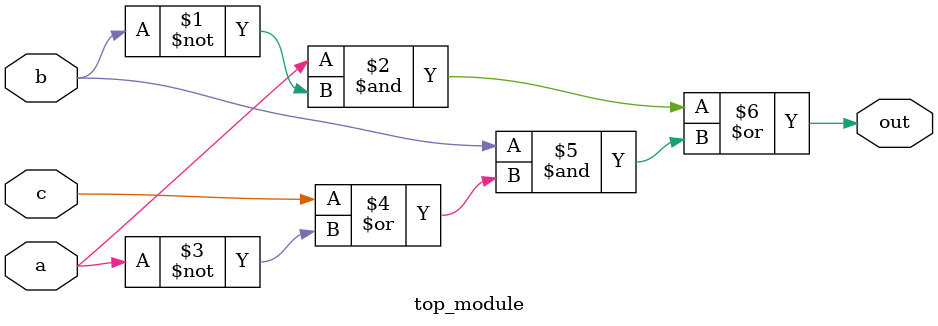
<source format=sv>
module top_module(
    input a, 
    input b,
    input c,
    output out
);
    
    assign out = (a & ~b) | (b & (c | ~a));

endmodule

</source>
